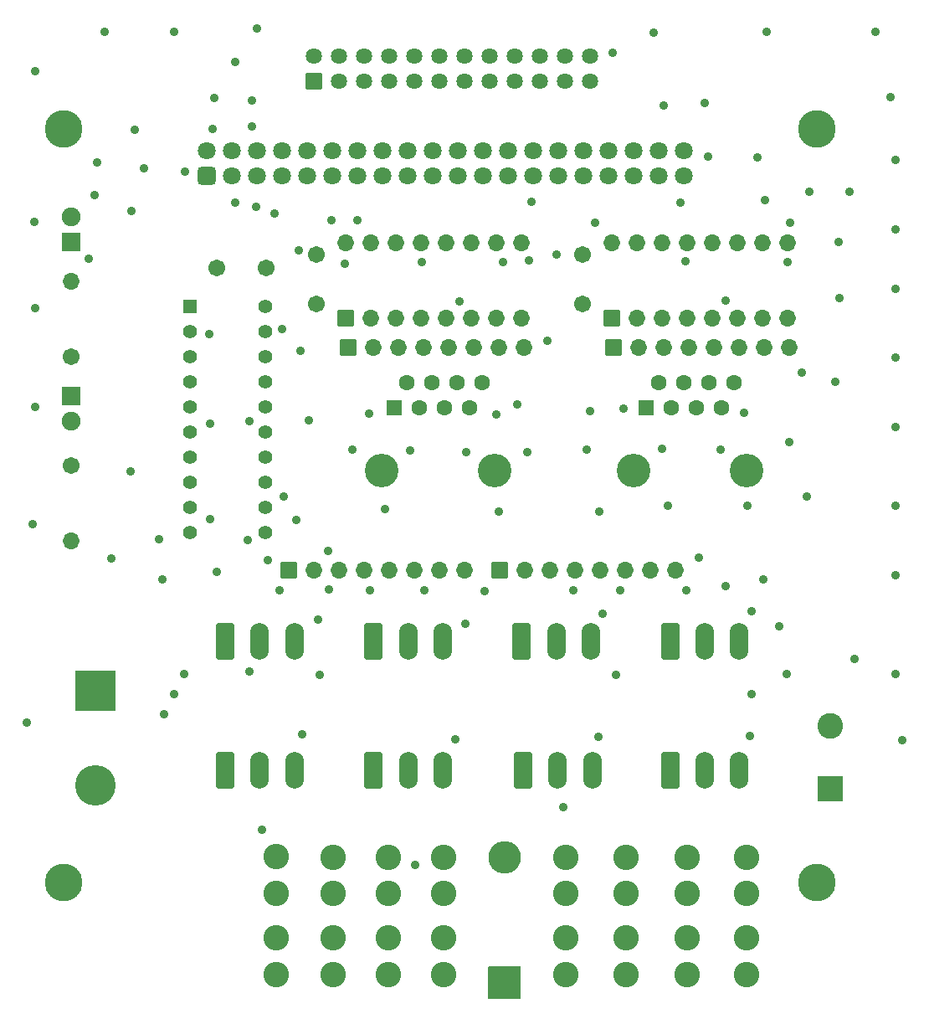
<source format=gbr>
%TF.GenerationSoftware,KiCad,Pcbnew,(6.0.7)*%
%TF.CreationDate,2022-08-14T01:50:45-04:00*%
%TF.ProjectId,Multi_Expansion,4d756c74-695f-4457-9870-616e73696f6e,v3*%
%TF.SameCoordinates,Original*%
%TF.FileFunction,Soldermask,Top*%
%TF.FilePolarity,Negative*%
%FSLAX46Y46*%
G04 Gerber Fmt 4.6, Leading zero omitted, Abs format (unit mm)*
G04 Created by KiCad (PCBNEW (6.0.7)) date 2022-08-14 01:50:45*
%MOMM*%
%LPD*%
G01*
G04 APERTURE LIST*
G04 Aperture macros list*
%AMRoundRect*
0 Rectangle with rounded corners*
0 $1 Rounding radius*
0 $2 $3 $4 $5 $6 $7 $8 $9 X,Y pos of 4 corners*
0 Add a 4 corners polygon primitive as box body*
4,1,4,$2,$3,$4,$5,$6,$7,$8,$9,$2,$3,0*
0 Add four circle primitives for the rounded corners*
1,1,$1+$1,$2,$3*
1,1,$1+$1,$4,$5*
1,1,$1+$1,$6,$7*
1,1,$1+$1,$8,$9*
0 Add four rect primitives between the rounded corners*
20,1,$1+$1,$2,$3,$4,$5,0*
20,1,$1+$1,$4,$5,$6,$7,0*
20,1,$1+$1,$6,$7,$8,$9,0*
20,1,$1+$1,$8,$9,$2,$3,0*%
G04 Aperture macros list end*
%ADD10RoundRect,0.301000X-0.650000X-1.550000X0.650000X-1.550000X0.650000X1.550000X-0.650000X1.550000X0*%
%ADD11O,1.902000X3.702000*%
%ADD12C,2.577000*%
%ADD13C,1.702000*%
%ADD14RoundRect,0.051000X-0.800000X-0.800000X0.800000X-0.800000X0.800000X0.800000X-0.800000X0.800000X0*%
%ADD15O,1.702000X1.702000*%
%ADD16RoundRect,0.051000X1.600000X-1.600000X1.600000X1.600000X-1.600000X1.600000X-1.600000X-1.600000X0*%
%ADD17O,3.302000X3.302000*%
%ADD18RoundRect,0.051000X0.900000X-0.900000X0.900000X0.900000X-0.900000X0.900000X-0.900000X-0.900000X0*%
%ADD19C,1.902000*%
%ADD20RoundRect,0.051000X-0.647700X-0.647700X0.647700X-0.647700X0.647700X0.647700X-0.647700X0.647700X0*%
%ADD21C,1.397400*%
%ADD22C,3.802000*%
%ADD23RoundRect,0.051000X-2.000000X2.000000X-2.000000X-2.000000X2.000000X-2.000000X2.000000X2.000000X0*%
%ADD24C,4.102000*%
%ADD25RoundRect,0.051000X-0.900000X0.900000X-0.900000X-0.900000X0.900000X-0.900000X0.900000X0.900000X0*%
%ADD26RoundRect,0.051000X0.800000X-0.800000X0.800000X0.800000X-0.800000X0.800000X-0.800000X-0.800000X0*%
%ADD27C,3.402000*%
%ADD28RoundRect,0.051000X-0.750000X-0.750000X0.750000X-0.750000X0.750000X0.750000X-0.750000X0.750000X0*%
%ADD29C,1.602000*%
%ADD30RoundRect,0.051000X1.250000X-1.250000X1.250000X1.250000X-1.250000X1.250000X-1.250000X-1.250000X0*%
%ADD31C,2.602000*%
%ADD32RoundRect,0.301000X0.600000X-0.600000X0.600000X0.600000X-0.600000X0.600000X-0.600000X-0.600000X0*%
%ADD33C,1.802000*%
%ADD34RoundRect,0.051000X-0.765000X-0.765000X0.765000X-0.765000X0.765000X0.765000X-0.765000X0.765000X0*%
%ADD35C,1.632000*%
%ADD36C,0.902000*%
G04 APERTURE END LIST*
D10*
%TO.C,J2*%
X89100000Y-129600000D03*
D11*
X92600000Y-129600000D03*
X96100000Y-129600000D03*
%TD*%
D10*
%TO.C,J5*%
X119100000Y-116600000D03*
D11*
X122600000Y-116600000D03*
X126100000Y-116600000D03*
%TD*%
D10*
%TO.C,J6*%
X119214342Y-129600000D03*
D11*
X122714342Y-129600000D03*
X126214342Y-129600000D03*
%TD*%
D10*
%TO.C,J7*%
X134100000Y-116600000D03*
D11*
X137600000Y-116600000D03*
X141100000Y-116600000D03*
%TD*%
D10*
%TO.C,J8*%
X134100000Y-129600000D03*
D11*
X137600000Y-129600000D03*
X141100000Y-129600000D03*
%TD*%
D12*
%TO.C,F1*%
X94222600Y-150288600D03*
X94222600Y-146588600D03*
X94222600Y-142088600D03*
X94222600Y-138388600D03*
%TD*%
%TO.C,F7*%
X135792600Y-150298600D03*
X135792600Y-146598600D03*
X135792600Y-142098600D03*
X135792600Y-138398600D03*
%TD*%
D13*
%TO.C,C3*%
X93201000Y-78867800D03*
X88201000Y-78867800D03*
%TD*%
D12*
%TO.C,F2*%
X99967600Y-150303600D03*
X99967600Y-146603600D03*
X99967600Y-142103600D03*
X99967600Y-138403600D03*
%TD*%
%TO.C,F6*%
X129672600Y-150298600D03*
X129672600Y-146598600D03*
X129672600Y-142098600D03*
X129672600Y-138398600D03*
%TD*%
%TO.C,F8*%
X141793100Y-150298600D03*
X141793100Y-146598600D03*
X141793100Y-142098600D03*
X141793100Y-138398600D03*
%TD*%
%TO.C,F5*%
X123512600Y-150298600D03*
X123512600Y-146598600D03*
X123512600Y-142098600D03*
X123512600Y-138398600D03*
%TD*%
%TO.C,F3*%
X105567600Y-150303600D03*
X105567600Y-146603600D03*
X105567600Y-142103600D03*
X105567600Y-138403600D03*
%TD*%
D14*
%TO.C,RN1*%
X95561500Y-109367800D03*
D15*
X98101500Y-109367800D03*
X100641500Y-109367800D03*
X103181500Y-109367800D03*
X105721500Y-109367800D03*
X108261500Y-109367800D03*
X110801500Y-109367800D03*
X113341500Y-109367800D03*
%TD*%
D12*
%TO.C,F4*%
X111167600Y-150303600D03*
X111167600Y-146603600D03*
X111167600Y-142103600D03*
X111167600Y-138403600D03*
%TD*%
D10*
%TO.C,J1*%
X89100000Y-116600000D03*
D11*
X92600000Y-116600000D03*
X96100000Y-116600000D03*
%TD*%
D10*
%TO.C,J3*%
X104100000Y-116600000D03*
D11*
X107600000Y-116600000D03*
X111100000Y-116600000D03*
%TD*%
D10*
%TO.C,J4*%
X104100000Y-129600000D03*
D11*
X107600000Y-129600000D03*
X111100000Y-129600000D03*
%TD*%
D16*
%TO.C,D1*%
X117332600Y-151168600D03*
D17*
X117332600Y-138468600D03*
%TD*%
D13*
%TO.C,R1*%
X73531000Y-98817800D03*
D15*
X73531000Y-106437800D03*
%TD*%
D18*
%TO.C,D3*%
X73517133Y-76181833D03*
D19*
X73517133Y-73641833D03*
%TD*%
D13*
%TO.C,R2*%
X73467133Y-87841833D03*
D15*
X73467133Y-80221833D03*
%TD*%
D20*
%TO.C,U3*%
X85565133Y-82707833D03*
D21*
X85565133Y-85247833D03*
X85565133Y-87787833D03*
X85565133Y-90327833D03*
X85565133Y-92867833D03*
X85565133Y-95407833D03*
X85565133Y-97947833D03*
X85565133Y-100487833D03*
X85565133Y-103027833D03*
X85565133Y-105567833D03*
X93185133Y-105567833D03*
X93185133Y-103027833D03*
X93185133Y-100487833D03*
X93185133Y-97947833D03*
X93185133Y-95407833D03*
X93185133Y-92867833D03*
X93185133Y-90327833D03*
X93185133Y-87787833D03*
X93185133Y-85247833D03*
X93185133Y-82707833D03*
%TD*%
D22*
%TO.C,REF\u002A\u002A*%
X72731000Y-140969800D03*
%TD*%
%TO.C,REF\u002A\u002A*%
X148931000Y-64769800D03*
%TD*%
D14*
%TO.C,RN2*%
X116876000Y-109367800D03*
D15*
X119416000Y-109367800D03*
X121956000Y-109367800D03*
X124496000Y-109367800D03*
X127036000Y-109367800D03*
X129576000Y-109367800D03*
X132116000Y-109367800D03*
X134656000Y-109367800D03*
%TD*%
D23*
%TO.C,TB1*%
X76001000Y-121617800D03*
D24*
X76001000Y-131117800D03*
%TD*%
D25*
%TO.C,D2*%
X73501000Y-91792800D03*
D19*
X73501000Y-94332800D03*
%TD*%
D26*
%TO.C,U1*%
X101290867Y-83917767D03*
D15*
X103830867Y-83917767D03*
X106370867Y-83917767D03*
X108910867Y-83917767D03*
X111450867Y-83917767D03*
X113990867Y-83917767D03*
X116530867Y-83917767D03*
X119070867Y-83917767D03*
X119070867Y-76297767D03*
X116530867Y-76297767D03*
X113990867Y-76297767D03*
X111450867Y-76297767D03*
X108910867Y-76297767D03*
X106370867Y-76297767D03*
X103830867Y-76297767D03*
X101290867Y-76297767D03*
%TD*%
D13*
%TO.C,C2*%
X98351000Y-77442800D03*
X98351000Y-82442800D03*
%TD*%
%TO.C,C1*%
X125226000Y-77442800D03*
X125226000Y-82442800D03*
%TD*%
D26*
%TO.C,U2*%
X128239000Y-83917767D03*
D15*
X130779000Y-83917767D03*
X133319000Y-83917767D03*
X135859000Y-83917767D03*
X138399000Y-83917767D03*
X140939000Y-83917767D03*
X143479000Y-83917767D03*
X146019000Y-83917767D03*
X146019000Y-76297767D03*
X143479000Y-76297767D03*
X140939000Y-76297767D03*
X138399000Y-76297767D03*
X135859000Y-76297767D03*
X133319000Y-76297767D03*
X130779000Y-76297767D03*
X128239000Y-76297767D03*
%TD*%
D14*
%TO.C,RN3*%
X101515867Y-86842767D03*
D15*
X104055867Y-86842767D03*
X106595867Y-86842767D03*
X109135867Y-86842767D03*
X111675867Y-86842767D03*
X114215867Y-86842767D03*
X116755867Y-86842767D03*
X119295867Y-86842767D03*
%TD*%
D14*
%TO.C,RN4*%
X128390867Y-86842767D03*
D15*
X130930867Y-86842767D03*
X133470867Y-86842767D03*
X136010867Y-86842767D03*
X138550867Y-86842767D03*
X141090867Y-86842767D03*
X143630867Y-86842767D03*
X146170867Y-86842767D03*
%TD*%
D27*
%TO.C,J11*%
X141849000Y-99292767D03*
X130419000Y-99292767D03*
D28*
X131689000Y-92942767D03*
D29*
X132959000Y-90402767D03*
X134229000Y-92942767D03*
X135499000Y-90402767D03*
X136769000Y-92942767D03*
X138039000Y-90402767D03*
X139309000Y-92942767D03*
X140579000Y-90402767D03*
%TD*%
D27*
%TO.C,J10*%
X104888367Y-99292767D03*
X116318367Y-99292767D03*
D28*
X106158367Y-92942767D03*
D29*
X107428367Y-90402767D03*
X108698367Y-92942767D03*
X109968367Y-90402767D03*
X111238367Y-92942767D03*
X112508367Y-90402767D03*
X113778367Y-92942767D03*
X115048367Y-90402767D03*
%TD*%
D30*
%TO.C,J9*%
X150301000Y-131517800D03*
D31*
X150301000Y-125167800D03*
%TD*%
D32*
%TO.C,J12*%
X87241000Y-69545300D03*
D33*
X87241000Y-67005300D03*
X89781000Y-69545300D03*
X89781000Y-67005300D03*
X92321000Y-69545300D03*
X92321000Y-67005300D03*
X94861000Y-69545300D03*
X94861000Y-67005300D03*
X97401000Y-69545300D03*
X97401000Y-67005300D03*
X99941000Y-69545300D03*
X99941000Y-67005300D03*
X102481000Y-69545300D03*
X102481000Y-67005300D03*
X105021000Y-69545300D03*
X105021000Y-67005300D03*
X107561000Y-69545300D03*
X107561000Y-67005300D03*
X110101000Y-69545300D03*
X110101000Y-67005300D03*
X112641000Y-69545300D03*
X112641000Y-67005300D03*
X115181000Y-69545300D03*
X115181000Y-67005300D03*
X117721000Y-69545300D03*
X117721000Y-67005300D03*
X120261000Y-69545300D03*
X120261000Y-67005300D03*
X122801000Y-69545300D03*
X122801000Y-67005300D03*
X125341000Y-69545300D03*
X125341000Y-67005300D03*
X127881000Y-69545300D03*
X127881000Y-67005300D03*
X130421000Y-69545300D03*
X130421000Y-67005300D03*
X132961000Y-69545300D03*
X132961000Y-67005300D03*
X135501000Y-69545300D03*
X135501000Y-67005300D03*
%TD*%
D34*
%TO.C,J13*%
X98081000Y-59912800D03*
D35*
X98081000Y-57372800D03*
X100621000Y-59912800D03*
X100621000Y-57372800D03*
X103161000Y-59912800D03*
X103161000Y-57372800D03*
X105701000Y-59912800D03*
X105701000Y-57372800D03*
X108241000Y-59912800D03*
X108241000Y-57372800D03*
X110781000Y-59912800D03*
X110781000Y-57372800D03*
X113321000Y-59912800D03*
X113321000Y-57372800D03*
X115861000Y-59912800D03*
X115861000Y-57372800D03*
X118401000Y-59912800D03*
X118401000Y-57372800D03*
X120941000Y-59912800D03*
X120941000Y-57372800D03*
X123481000Y-59912800D03*
X123481000Y-57372800D03*
X126021000Y-59912800D03*
X126021000Y-57372800D03*
%TD*%
D22*
%TO.C,REF\u002A\u002A*%
X148931000Y-140969800D03*
%TD*%
%TO.C,REF\u002A\u002A*%
X72731000Y-64769800D03*
%TD*%
D36*
X147901000Y-101917800D03*
X141901000Y-102917800D03*
X133901000Y-102917800D03*
X154901000Y-54917800D03*
X143901000Y-54917800D03*
X69901000Y-58917800D03*
X76901000Y-54917800D03*
X83901000Y-54917800D03*
X69901000Y-92917800D03*
X69901000Y-82917800D03*
X84901000Y-119917800D03*
X83901000Y-121917800D03*
X82901000Y-123917800D03*
X145901000Y-119917800D03*
X156901000Y-119917800D03*
X156901000Y-109917800D03*
X156901000Y-102917800D03*
X156901000Y-94917800D03*
X156901000Y-87917800D03*
X156901000Y-80917800D03*
X156901000Y-74917800D03*
X156901000Y-67917800D03*
X143541000Y-110327800D03*
X126921000Y-103437800D03*
X116761000Y-103467800D03*
X105241000Y-103207800D03*
X91371000Y-106307800D03*
X88241000Y-109597800D03*
X82761000Y-110287800D03*
X96301000Y-104297800D03*
X122591000Y-77447800D03*
X93371000Y-108357800D03*
X117191000Y-78257800D03*
X145121000Y-115061800D03*
X79911000Y-64827800D03*
X129421000Y-93037800D03*
X96541000Y-77067800D03*
X157601000Y-126617800D03*
X123277000Y-133349800D03*
X79585133Y-73067833D03*
X96681000Y-87237800D03*
X90091000Y-72187800D03*
X147401000Y-89377800D03*
X87571000Y-104257800D03*
X137961000Y-67577800D03*
X88001000Y-61667800D03*
X142151000Y-126167800D03*
X80911000Y-68787800D03*
X148221000Y-71107800D03*
X99551000Y-111342800D03*
X152741000Y-118363800D03*
X108291000Y-139191800D03*
X135631000Y-78187800D03*
X112355000Y-126491800D03*
X103701000Y-111417800D03*
X87841000Y-64817800D03*
X91521000Y-94287800D03*
X126011000Y-93307800D03*
X127251000Y-113767800D03*
X151181000Y-76167800D03*
X69601000Y-104717800D03*
X94821000Y-84977800D03*
X75845133Y-71457833D03*
X124301000Y-111417800D03*
X133481000Y-62377800D03*
X119841000Y-78097800D03*
X69785133Y-74167833D03*
X142327000Y-113537800D03*
X119681000Y-97427800D03*
X150800500Y-90368618D03*
X90131000Y-57977800D03*
X139721000Y-82157800D03*
X92231000Y-72627800D03*
X91801000Y-61857800D03*
X151261000Y-81897800D03*
X133321000Y-97087800D03*
X146221000Y-74277800D03*
X103691000Y-93557800D03*
X126551000Y-74237800D03*
X129026000Y-111442800D03*
X141591000Y-93497800D03*
X146186108Y-96456103D03*
X98651000Y-119967800D03*
X132411000Y-55057800D03*
X109276000Y-111417800D03*
X118635000Y-92612800D03*
X82401000Y-106277800D03*
X92797000Y-135635800D03*
X96861000Y-125983800D03*
X142327000Y-121919800D03*
X139181000Y-97197800D03*
X128291000Y-57097800D03*
X113511000Y-97427800D03*
X69001000Y-124817800D03*
X137571000Y-62187800D03*
X102461000Y-74047800D03*
X152217133Y-71091833D03*
X145951000Y-78247800D03*
X116561000Y-93657800D03*
X156385133Y-61567833D03*
X143721000Y-71997800D03*
X139701000Y-111017800D03*
X108981000Y-78247800D03*
X92311000Y-54617800D03*
X112771000Y-82177800D03*
X99541000Y-107417800D03*
X91501000Y-119617800D03*
X120071000Y-72137800D03*
X121661000Y-86207800D03*
X101961000Y-97217800D03*
X101231000Y-78387800D03*
X87571000Y-94577800D03*
X113371000Y-114807800D03*
X76091000Y-68167800D03*
X126833000Y-126237800D03*
X142911000Y-67687800D03*
X125661000Y-97177800D03*
X91801000Y-64517800D03*
X135141000Y-72187800D03*
X94601000Y-111392800D03*
X95021000Y-101977800D03*
X115376000Y-111492800D03*
X107771000Y-97257800D03*
X85051000Y-69077800D03*
X75275133Y-77937833D03*
X128651000Y-119967800D03*
X98451000Y-114417800D03*
X135776000Y-111417800D03*
X79485133Y-99367833D03*
X87475133Y-85507833D03*
X77585133Y-108227833D03*
X94081000Y-73317800D03*
X99821000Y-74027800D03*
X97571000Y-94207800D03*
X136982867Y-108162767D03*
M02*

</source>
